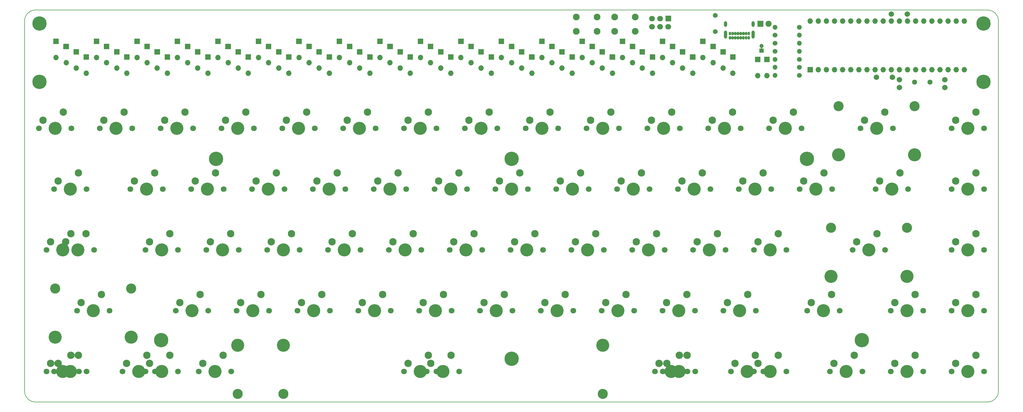
<source format=gbr>
G04 #@! TF.GenerationSoftware,KiCad,Pcbnew,5.1.7-a382d34a8~88~ubuntu20.04.1*
G04 #@! TF.CreationDate,2021-01-20T01:14:40+01:00*
G04 #@! TF.ProjectId,discipline-pcb-blocker,64697363-6970-46c6-996e-652d7063622d,rev?*
G04 #@! TF.SameCoordinates,Original*
G04 #@! TF.FileFunction,Soldermask,Bot*
G04 #@! TF.FilePolarity,Negative*
%FSLAX46Y46*%
G04 Gerber Fmt 4.6, Leading zero omitted, Abs format (unit mm)*
G04 Created by KiCad (PCBNEW 5.1.7-a382d34a8~88~ubuntu20.04.1) date 2021-01-20 01:14:40*
%MOMM*%
%LPD*%
G01*
G04 APERTURE LIST*
G04 #@! TA.AperFunction,Profile*
%ADD10C,0.150000*%
G04 #@! TD*
%ADD11C,2.302000*%
%ADD12C,4.102000*%
%ADD13C,1.802000*%
%ADD14C,3.150000*%
%ADD15C,4.089800*%
%ADD16C,4.502000*%
%ADD17O,1.702000X1.702000*%
%ADD18C,3.152000*%
%ADD19C,1.602000*%
%ADD20C,1.702000*%
%ADD21C,1.502000*%
%ADD22O,1.502000X1.502000*%
%ADD23C,1.302000*%
%ADD24C,1.902000*%
%ADD25O,0.752000X1.102000*%
%ADD26O,1.002000X2.502000*%
%ADD27O,1.002000X1.802000*%
%ADD28C,2.102000*%
%ADD29C,0.150000*%
G04 APERTURE END LIST*
D10*
X355353250Y-180502219D02*
X57076441Y-180502219D01*
X358660309Y-61001809D02*
X358660309Y-177195160D01*
X57073441Y-57694750D02*
X355353250Y-57694750D01*
X53766382Y-177198159D02*
X53766382Y-61001809D01*
X355353250Y-57694750D02*
G75*
G02*
X358660309Y-61001809I0J-3307059D01*
G01*
X358660309Y-177195160D02*
G75*
G02*
X355353250Y-180502219I-3307059J0D01*
G01*
X57076441Y-180502218D02*
G75*
G02*
X53766382Y-177198159I-3000J3307059D01*
G01*
X53766382Y-61001809D02*
G75*
G02*
X57073441Y-57694750I3307059J0D01*
G01*
X355353250Y-180502219D02*
X57076441Y-180502219D01*
X358660309Y-61001809D02*
X358660309Y-177195160D01*
X57073441Y-57694750D02*
X355353250Y-57694750D01*
X53766382Y-177198159D02*
X53766382Y-61001809D01*
X355353250Y-57694750D02*
G75*
G02*
X358660309Y-61001809I0J-3307059D01*
G01*
X358660309Y-177195160D02*
G75*
G02*
X355353250Y-180502219I-3307059J0D01*
G01*
X57076441Y-180502218D02*
G75*
G02*
X53766382Y-177198159I-3000J3307059D01*
G01*
X53766382Y-61001809D02*
G75*
G02*
X57073441Y-57694750I3307059J0D01*
G01*
D11*
X282575450Y-165893750D03*
X276225450Y-168433750D03*
D12*
X280035450Y-170973750D03*
D13*
X274955450Y-170973750D03*
X285115450Y-170973750D03*
D14*
X134811423Y-177966640D03*
X234811223Y-177966640D03*
D15*
X134811423Y-162726640D03*
X234811223Y-162726640D03*
X234817573Y-162726640D03*
X120517573Y-162726640D03*
D14*
X234817573Y-177966640D03*
X120517573Y-177966640D03*
D16*
X206213345Y-166958110D03*
X206213345Y-104302994D03*
X298671968Y-104302994D03*
X113754723Y-104302994D03*
X315860803Y-161146960D03*
X96565888Y-161146960D03*
X353970721Y-80221243D03*
X353970721Y-61899530D03*
X58455970Y-61899530D03*
X58455970Y-80221243D03*
D11*
X258763050Y-165883620D03*
X252413050Y-168423620D03*
D12*
X256223050Y-170963620D03*
D13*
X251143050Y-170963620D03*
X261303050Y-170963620D03*
G36*
G01*
X300553430Y-77240182D02*
X298953430Y-77240182D01*
G75*
G02*
X298902430Y-77189182I0J51000D01*
G01*
X298902430Y-75589182D01*
G75*
G02*
X298953430Y-75538182I51000J0D01*
G01*
X300553430Y-75538182D01*
G75*
G02*
X300604430Y-75589182I0J-51000D01*
G01*
X300604430Y-77189182D01*
G75*
G02*
X300553430Y-77240182I-51000J0D01*
G01*
G37*
D17*
X348013430Y-61149182D03*
X302293430Y-76389182D03*
X345473430Y-61149182D03*
X304833430Y-76389182D03*
X342933430Y-61149182D03*
X307373430Y-76389182D03*
X340393430Y-61149182D03*
X309913430Y-76389182D03*
X337853430Y-61149182D03*
X312453430Y-76389182D03*
X335313430Y-61149182D03*
X314993430Y-76389182D03*
X332773430Y-61149182D03*
X317533430Y-76389182D03*
X330233430Y-61149182D03*
X320073430Y-76389182D03*
X327693430Y-61149182D03*
X322613430Y-76389182D03*
X325153430Y-61149182D03*
X325153430Y-76389182D03*
X322613430Y-61149182D03*
X327693430Y-76389182D03*
X320073430Y-61149182D03*
X330233430Y-76389182D03*
X317533430Y-61149182D03*
X332773430Y-76389182D03*
X314993430Y-61149182D03*
X335313430Y-76389182D03*
X312453430Y-61149182D03*
X337853430Y-76389182D03*
X309913430Y-61149182D03*
X340393430Y-76389182D03*
X307373430Y-61149182D03*
X342933430Y-76389182D03*
X304833430Y-61149182D03*
X345473430Y-76389182D03*
X302293430Y-61149182D03*
X348013430Y-76389182D03*
X299753430Y-61149182D03*
D13*
X292280128Y-170973750D03*
X282120128Y-170973750D03*
D12*
X287200128Y-170973750D03*
D11*
X283390128Y-168433750D03*
X289740128Y-165893750D03*
D13*
X263723936Y-170973750D03*
X253563936Y-170973750D03*
D12*
X258643936Y-170973750D03*
D11*
X254833936Y-168433750D03*
X261183936Y-165893750D03*
X180207573Y-165901640D03*
X173857573Y-168441640D03*
D12*
X177667573Y-170981640D03*
D13*
X172587573Y-170981640D03*
X182747573Y-170981640D03*
X101783031Y-170969819D03*
X91623031Y-170969819D03*
D12*
X96703031Y-170969819D03*
D11*
X92893031Y-168429819D03*
X99243031Y-165889819D03*
D13*
X73183700Y-170963620D03*
X63023700Y-170963620D03*
D12*
X68103700Y-170963620D03*
D11*
X64293700Y-168423620D03*
X70643700Y-165883620D03*
X68262500Y-127783620D03*
X61912500Y-130323620D03*
D12*
X65722500Y-132863620D03*
D13*
X60642500Y-132863620D03*
X70802500Y-132863620D03*
G36*
G01*
X256194830Y-59500870D02*
X256194830Y-61200870D01*
G75*
G02*
X256143830Y-61251870I-51000J0D01*
G01*
X254443830Y-61251870D01*
G75*
G02*
X254392830Y-61200870I0J51000D01*
G01*
X254392830Y-59500870D01*
G75*
G02*
X254443830Y-59449870I51000J0D01*
G01*
X256143830Y-59449870D01*
G75*
G02*
X256194830Y-59500870I0J-51000D01*
G01*
G37*
X255293830Y-62890870D03*
X252753830Y-60350870D03*
X252753830Y-62890870D03*
X250213830Y-60350870D03*
X250213830Y-62890870D03*
D11*
X323056250Y-89693750D03*
X316706250Y-92233750D03*
D12*
X320516250Y-94773750D03*
D13*
X315436250Y-94773750D03*
X325596250Y-94773750D03*
D12*
X332416250Y-103013750D03*
X308616250Y-103013750D03*
D18*
X308616250Y-87773750D03*
X332416250Y-87773750D03*
X330035250Y-125873750D03*
X306235250Y-125873750D03*
D12*
X306235250Y-141113750D03*
X330035250Y-141113750D03*
D13*
X323215250Y-132873750D03*
X313055250Y-132873750D03*
D12*
X318135250Y-132873750D03*
D11*
X314325250Y-130333750D03*
X320675250Y-127793750D03*
D18*
X87147450Y-144923750D03*
X63347450Y-144923750D03*
D12*
X63347450Y-160163750D03*
X87147450Y-160163750D03*
D13*
X80327450Y-151923750D03*
X70167450Y-151923750D03*
D12*
X75247450Y-151923750D03*
D11*
X71437450Y-149383750D03*
X77787450Y-146843750D03*
X68262450Y-165883620D03*
X61912450Y-168423620D03*
D12*
X65722450Y-170963620D03*
D13*
X60642450Y-170963620D03*
X70802450Y-170963620D03*
D11*
X92075050Y-165893750D03*
X85725050Y-168433750D03*
D12*
X89535050Y-170973750D03*
D13*
X84455050Y-170973750D03*
X94615050Y-170973750D03*
D11*
X115887450Y-165883620D03*
X109537450Y-168423620D03*
D12*
X113347450Y-170963620D03*
D13*
X108267450Y-170963620D03*
X118427450Y-170963620D03*
D11*
X73025050Y-127783620D03*
X66675050Y-130323620D03*
D12*
X70485050Y-132863620D03*
D13*
X65405050Y-132863620D03*
X75565050Y-132863620D03*
D11*
X306387250Y-146843750D03*
X300037250Y-149383750D03*
D12*
X303847250Y-151923750D03*
D13*
X298767250Y-151923750D03*
X308927250Y-151923750D03*
X73183750Y-113823750D03*
X63023750Y-113823750D03*
D12*
X68103750Y-113823750D03*
D11*
X64293750Y-111283750D03*
X70643750Y-108743750D03*
D13*
X330358250Y-113823750D03*
X320198250Y-113823750D03*
D12*
X325278250Y-113823750D03*
D11*
X321468250Y-111283750D03*
X327818250Y-108743750D03*
X294481250Y-89693750D03*
X288131250Y-92233750D03*
D12*
X291941250Y-94773750D03*
D13*
X286861250Y-94773750D03*
X297021250Y-94773750D03*
D11*
X132556250Y-108743750D03*
X126206250Y-111283750D03*
D12*
X130016250Y-113823750D03*
D13*
X124936250Y-113823750D03*
X135096250Y-113823750D03*
D11*
X65881250Y-89693750D03*
X59531250Y-92233750D03*
D12*
X63341250Y-94773750D03*
D13*
X58261250Y-94773750D03*
X68421250Y-94773750D03*
D11*
X84931250Y-89693750D03*
X78581250Y-92233750D03*
D12*
X82391250Y-94773750D03*
D13*
X77311250Y-94773750D03*
X87471250Y-94773750D03*
D11*
X103981250Y-89693750D03*
X97631250Y-92233750D03*
D12*
X101441250Y-94773750D03*
D13*
X96361250Y-94773750D03*
X106521250Y-94773750D03*
D11*
X123031250Y-89693750D03*
X116681250Y-92233750D03*
D12*
X120491250Y-94773750D03*
D13*
X115411250Y-94773750D03*
X125571250Y-94773750D03*
D11*
X142081250Y-89693750D03*
X135731250Y-92233750D03*
D12*
X139541250Y-94773750D03*
D13*
X134461250Y-94773750D03*
X144621250Y-94773750D03*
D11*
X161131250Y-89693750D03*
X154781250Y-92233750D03*
D12*
X158591250Y-94773750D03*
D13*
X153511250Y-94773750D03*
X163671250Y-94773750D03*
D11*
X180181250Y-89693750D03*
X173831250Y-92233750D03*
D12*
X177641250Y-94773750D03*
D13*
X172561250Y-94773750D03*
X182721250Y-94773750D03*
D11*
X199231250Y-89693750D03*
X192881250Y-92233750D03*
D12*
X196691250Y-94773750D03*
D13*
X191611250Y-94773750D03*
X201771250Y-94773750D03*
D11*
X218281250Y-89693750D03*
X211931250Y-92233750D03*
D12*
X215741250Y-94773750D03*
D13*
X210661250Y-94773750D03*
X220821250Y-94773750D03*
D11*
X237331250Y-89693750D03*
X230981250Y-92233750D03*
D12*
X234791250Y-94773750D03*
D13*
X229711250Y-94773750D03*
X239871250Y-94773750D03*
D11*
X256381250Y-89693750D03*
X250031250Y-92233750D03*
D12*
X253841250Y-94773750D03*
D13*
X248761250Y-94773750D03*
X258921250Y-94773750D03*
D11*
X275431250Y-89693750D03*
X269081250Y-92233750D03*
D12*
X272891250Y-94773750D03*
D13*
X267811250Y-94773750D03*
X277971250Y-94773750D03*
D11*
X351631250Y-89693750D03*
X345281250Y-92233750D03*
D12*
X349091250Y-94773750D03*
D13*
X344011250Y-94773750D03*
X354171250Y-94773750D03*
D11*
X94456250Y-108743750D03*
X88106250Y-111283750D03*
D12*
X91916250Y-113823750D03*
D13*
X86836250Y-113823750D03*
X96996250Y-113823750D03*
D11*
X113506250Y-108743750D03*
X107156250Y-111283750D03*
D12*
X110966250Y-113823750D03*
D13*
X105886250Y-113823750D03*
X116046250Y-113823750D03*
D11*
X151606250Y-108743750D03*
X145256250Y-111283750D03*
D12*
X149066250Y-113823750D03*
D13*
X143986250Y-113823750D03*
X154146250Y-113823750D03*
D11*
X170656250Y-108743750D03*
X164306250Y-111283750D03*
D12*
X168116250Y-113823750D03*
D13*
X163036250Y-113823750D03*
X173196250Y-113823750D03*
D11*
X189706250Y-108743750D03*
X183356250Y-111283750D03*
D12*
X187166250Y-113823750D03*
D13*
X182086250Y-113823750D03*
X192246250Y-113823750D03*
D11*
X208756250Y-108743750D03*
X202406250Y-111283750D03*
D12*
X206216250Y-113823750D03*
D13*
X201136250Y-113823750D03*
X211296250Y-113823750D03*
D11*
X227806250Y-108743750D03*
X221456250Y-111283750D03*
D12*
X225266250Y-113823750D03*
D13*
X220186250Y-113823750D03*
X230346250Y-113823750D03*
D11*
X246856250Y-108743750D03*
X240506250Y-111283750D03*
D12*
X244316250Y-113823750D03*
D13*
X239236250Y-113823750D03*
X249396250Y-113823750D03*
D11*
X265906250Y-108743750D03*
X259556250Y-111283750D03*
D12*
X263366250Y-113823750D03*
D13*
X258286250Y-113823750D03*
X268446250Y-113823750D03*
D11*
X284956250Y-108743750D03*
X278606250Y-111283750D03*
D12*
X282416250Y-113823750D03*
D13*
X277336250Y-113823750D03*
X287496250Y-113823750D03*
D11*
X304006250Y-108743750D03*
X297656250Y-111283750D03*
D12*
X301466250Y-113823750D03*
D13*
X296386250Y-113823750D03*
X306546250Y-113823750D03*
D11*
X351631250Y-108743750D03*
X345281250Y-111283750D03*
D12*
X349091250Y-113823750D03*
D13*
X344011250Y-113823750D03*
X354171250Y-113823750D03*
D11*
X99218750Y-127793750D03*
X92868750Y-130333750D03*
D12*
X96678750Y-132873750D03*
D13*
X91598750Y-132873750D03*
X101758750Y-132873750D03*
D11*
X118268750Y-127793750D03*
X111918750Y-130333750D03*
D12*
X115728750Y-132873750D03*
D13*
X110648750Y-132873750D03*
X120808750Y-132873750D03*
D11*
X137318750Y-127793750D03*
X130968750Y-130333750D03*
D12*
X134778750Y-132873750D03*
D13*
X129698750Y-132873750D03*
X139858750Y-132873750D03*
D11*
X156368250Y-127793750D03*
X150018250Y-130333750D03*
D12*
X153828250Y-132873750D03*
D13*
X148748250Y-132873750D03*
X158908250Y-132873750D03*
D11*
X175418250Y-127793750D03*
X169068250Y-130333750D03*
D12*
X172878250Y-132873750D03*
D13*
X167798250Y-132873750D03*
X177958250Y-132873750D03*
D11*
X194468250Y-127793750D03*
X188118250Y-130333750D03*
D12*
X191928250Y-132873750D03*
D13*
X186848250Y-132873750D03*
X197008250Y-132873750D03*
D11*
X213518250Y-127793750D03*
X207168250Y-130333750D03*
D12*
X210978250Y-132873750D03*
D13*
X205898250Y-132873750D03*
X216058250Y-132873750D03*
D11*
X232568250Y-127793750D03*
X226218250Y-130333750D03*
D12*
X230028250Y-132873750D03*
D13*
X224948250Y-132873750D03*
X235108250Y-132873750D03*
D11*
X251618250Y-127793750D03*
X245268250Y-130333750D03*
D12*
X249078250Y-132873750D03*
D13*
X243998250Y-132873750D03*
X254158250Y-132873750D03*
D11*
X270668250Y-127793750D03*
X264318250Y-130333750D03*
D12*
X268128250Y-132873750D03*
D13*
X263048250Y-132873750D03*
X273208250Y-132873750D03*
D11*
X289718250Y-127793750D03*
X283368250Y-130333750D03*
D12*
X287178250Y-132873750D03*
D13*
X282098250Y-132873750D03*
X292258250Y-132873750D03*
D11*
X351631250Y-127793750D03*
X345281250Y-130333750D03*
D12*
X349091250Y-132873750D03*
D13*
X344011250Y-132873750D03*
X354171250Y-132873750D03*
D11*
X108743750Y-146843750D03*
X102393750Y-149383750D03*
D12*
X106203750Y-151923750D03*
D13*
X101123750Y-151923750D03*
X111283750Y-151923750D03*
D11*
X127793750Y-146843750D03*
X121443750Y-149383750D03*
D12*
X125253750Y-151923750D03*
D13*
X120173750Y-151923750D03*
X130333750Y-151923750D03*
D11*
X146843750Y-146843750D03*
X140493750Y-149383750D03*
D12*
X144303750Y-151923750D03*
D13*
X139223750Y-151923750D03*
X149383750Y-151923750D03*
D11*
X165894250Y-146843750D03*
X159544250Y-149383750D03*
D12*
X163354250Y-151923750D03*
D13*
X158274250Y-151923750D03*
X168434250Y-151923750D03*
D11*
X184944250Y-146843750D03*
X178594250Y-149383750D03*
D12*
X182404250Y-151923750D03*
D13*
X177324250Y-151923750D03*
X187484250Y-151923750D03*
D11*
X203994250Y-146843750D03*
X197644250Y-149383750D03*
D12*
X201454250Y-151923750D03*
D13*
X196374250Y-151923750D03*
X206534250Y-151923750D03*
D11*
X223044250Y-146843750D03*
X216694250Y-149383750D03*
D12*
X220504250Y-151923750D03*
D13*
X215424250Y-151923750D03*
X225584250Y-151923750D03*
D11*
X242094250Y-146843750D03*
X235744250Y-149383750D03*
D12*
X239554250Y-151923750D03*
D13*
X234474250Y-151923750D03*
X244634250Y-151923750D03*
D11*
X261144250Y-146843750D03*
X254794250Y-149383750D03*
D12*
X258604250Y-151923750D03*
D13*
X253524250Y-151923750D03*
X263684250Y-151923750D03*
D11*
X280194250Y-146843750D03*
X273844250Y-149383750D03*
D12*
X277654250Y-151923750D03*
D13*
X272574250Y-151923750D03*
X282734250Y-151923750D03*
D11*
X332581250Y-146843750D03*
X326231250Y-149383750D03*
D12*
X330041250Y-151923750D03*
D13*
X324961250Y-151923750D03*
X335121250Y-151923750D03*
D11*
X351631250Y-146843750D03*
X345281250Y-149383750D03*
D12*
X349091250Y-151923750D03*
D13*
X344011250Y-151923750D03*
X354171250Y-151923750D03*
D11*
X187325250Y-165893750D03*
X180975250Y-168433750D03*
D12*
X184785250Y-170973750D03*
D13*
X179705250Y-170973750D03*
X189865250Y-170973750D03*
D11*
X313531250Y-165893750D03*
X307181250Y-168433750D03*
D12*
X310991250Y-170973750D03*
D13*
X305911250Y-170973750D03*
X316071250Y-170973750D03*
D11*
X332581250Y-165893750D03*
X326231250Y-168433750D03*
D12*
X330041250Y-170973750D03*
D13*
X324961250Y-170973750D03*
X335121250Y-170973750D03*
D11*
X351631250Y-165893750D03*
X345281250Y-168433750D03*
D12*
X349091250Y-170973750D03*
D13*
X344011250Y-170973750D03*
X354171250Y-170973750D03*
D19*
X337251644Y-80256240D03*
X332371644Y-80256240D03*
D20*
X341906112Y-79506040D03*
X341906112Y-82006040D03*
X327680238Y-79506040D03*
X327680238Y-82006040D03*
X330125530Y-58926178D03*
X325125530Y-58926178D03*
X325471062Y-78716416D03*
X320471062Y-78716416D03*
D21*
X296376316Y-75645517D03*
D22*
X288756316Y-75645517D03*
D21*
X296376316Y-73152052D03*
D22*
X288756316Y-73152052D03*
D21*
X296376316Y-78138982D03*
D22*
X288756316Y-78138982D03*
D21*
X288756316Y-70580211D03*
D22*
X296376316Y-70580211D03*
D21*
X288756316Y-68060499D03*
D22*
X296376316Y-68060499D03*
D21*
X288756316Y-65567034D03*
D22*
X296376316Y-65567034D03*
D21*
X296376316Y-63073204D03*
D22*
X288756316Y-63073204D03*
G36*
G01*
X285077677Y-71055866D02*
X283877675Y-71055866D01*
G75*
G02*
X283826676Y-71004867I0J50999D01*
G01*
X283826676Y-69804865D01*
G75*
G02*
X283877675Y-69753866I50999J0D01*
G01*
X285077677Y-69753866D01*
G75*
G02*
X285128676Y-69804865I0J-50999D01*
G01*
X285128676Y-71004867D01*
G75*
G02*
X285077677Y-71055866I-50999J0D01*
G01*
G37*
D23*
X284477676Y-68904866D03*
D24*
X286667716Y-61970830D03*
G36*
G01*
X283176716Y-62870830D02*
X283176716Y-61070830D01*
G75*
G02*
X283227716Y-61019830I51000J0D01*
G01*
X285027716Y-61019830D01*
G75*
G02*
X285078716Y-61070830I0J-51000D01*
G01*
X285078716Y-62870830D01*
G75*
G02*
X285027716Y-62921830I-51000J0D01*
G01*
X283227716Y-62921830D01*
G75*
G02*
X283176716Y-62870830I0J51000D01*
G01*
G37*
D25*
X278823468Y-66391022D03*
X280523468Y-66391022D03*
X279673468Y-66391022D03*
X277973468Y-66391022D03*
X277123468Y-66391022D03*
X276273468Y-66391022D03*
X275423468Y-66391022D03*
X274573468Y-66391022D03*
X280523468Y-65066022D03*
X279668468Y-65066022D03*
X278818468Y-65066022D03*
X277968468Y-65066022D03*
X277118468Y-65066022D03*
X276268468Y-65066022D03*
X275418468Y-65066022D03*
X274568468Y-65066022D03*
D26*
X281873468Y-65411022D03*
X273223468Y-65411022D03*
D27*
X281873468Y-62031022D03*
X273223468Y-62031022D03*
D21*
X270047614Y-59350838D03*
X270047614Y-64450838D03*
D28*
X244985732Y-59836074D03*
X244985732Y-64336074D03*
X238485732Y-59836074D03*
X238485732Y-64336074D03*
X232985732Y-59836074D03*
X232985732Y-64336074D03*
X226485732Y-59836074D03*
X226485732Y-64336074D03*
D17*
X63600284Y-72555612D03*
G36*
G01*
X62800284Y-66624612D02*
X64400284Y-66624612D01*
G75*
G02*
X64451284Y-66675612I0J-51000D01*
G01*
X64451284Y-68275612D01*
G75*
G02*
X64400284Y-68326612I-51000J0D01*
G01*
X62800284Y-68326612D01*
G75*
G02*
X62749284Y-68275612I0J51000D01*
G01*
X62749284Y-66675612D01*
G75*
G02*
X62800284Y-66624612I51000J0D01*
G01*
G37*
X73108673Y-77516199D03*
G36*
G01*
X72308673Y-71585199D02*
X73908673Y-71585199D01*
G75*
G02*
X73959673Y-71636199I0J-51000D01*
G01*
X73959673Y-73236199D01*
G75*
G02*
X73908673Y-73287199I-51000J0D01*
G01*
X72308673Y-73287199D01*
G75*
G02*
X72257673Y-73236199I0J51000D01*
G01*
X72257673Y-71636199D01*
G75*
G02*
X72308673Y-71585199I51000J0D01*
G01*
G37*
X85786525Y-77516199D03*
G36*
G01*
X84986525Y-71585199D02*
X86586525Y-71585199D01*
G75*
G02*
X86637525Y-71636199I0J-51000D01*
G01*
X86637525Y-73236199D01*
G75*
G02*
X86586525Y-73287199I-51000J0D01*
G01*
X84986525Y-73287199D01*
G75*
G02*
X84935525Y-73236199I0J51000D01*
G01*
X84935525Y-71636199D01*
G75*
G02*
X84986525Y-71585199I51000J0D01*
G01*
G37*
X88955988Y-72555612D03*
G36*
G01*
X88155988Y-66624612D02*
X89755988Y-66624612D01*
G75*
G02*
X89806988Y-66675612I0J-51000D01*
G01*
X89806988Y-68275612D01*
G75*
G02*
X89755988Y-68326612I-51000J0D01*
G01*
X88155988Y-68326612D01*
G75*
G02*
X88104988Y-68275612I0J51000D01*
G01*
X88104988Y-66675612D01*
G75*
G02*
X88155988Y-66624612I51000J0D01*
G01*
G37*
X101633840Y-72555612D03*
G36*
G01*
X100833840Y-66624612D02*
X102433840Y-66624612D01*
G75*
G02*
X102484840Y-66675612I0J-51000D01*
G01*
X102484840Y-68275612D01*
G75*
G02*
X102433840Y-68326612I-51000J0D01*
G01*
X100833840Y-68326612D01*
G75*
G02*
X100782840Y-68275612I0J51000D01*
G01*
X100782840Y-66675612D01*
G75*
G02*
X100833840Y-66624612I51000J0D01*
G01*
G37*
X114311692Y-72555612D03*
G36*
G01*
X113511692Y-66624612D02*
X115111692Y-66624612D01*
G75*
G02*
X115162692Y-66675612I0J-51000D01*
G01*
X115162692Y-68275612D01*
G75*
G02*
X115111692Y-68326612I-51000J0D01*
G01*
X113511692Y-68326612D01*
G75*
G02*
X113460692Y-68275612I0J51000D01*
G01*
X113460692Y-66675612D01*
G75*
G02*
X113511692Y-66624612I51000J0D01*
G01*
G37*
X126989544Y-72555612D03*
G36*
G01*
X126189544Y-66624612D02*
X127789544Y-66624612D01*
G75*
G02*
X127840544Y-66675612I0J-51000D01*
G01*
X127840544Y-68275612D01*
G75*
G02*
X127789544Y-68326612I-51000J0D01*
G01*
X126189544Y-68326612D01*
G75*
G02*
X126138544Y-68275612I0J51000D01*
G01*
X126138544Y-66675612D01*
G75*
G02*
X126189544Y-66624612I51000J0D01*
G01*
G37*
X139667396Y-72555612D03*
G36*
G01*
X138867396Y-66624612D02*
X140467396Y-66624612D01*
G75*
G02*
X140518396Y-66675612I0J-51000D01*
G01*
X140518396Y-68275612D01*
G75*
G02*
X140467396Y-68326612I-51000J0D01*
G01*
X138867396Y-68326612D01*
G75*
G02*
X138816396Y-68275612I0J51000D01*
G01*
X138816396Y-66675612D01*
G75*
G02*
X138867396Y-66624612I51000J0D01*
G01*
G37*
X152345248Y-72555612D03*
G36*
G01*
X151545248Y-66624612D02*
X153145248Y-66624612D01*
G75*
G02*
X153196248Y-66675612I0J-51000D01*
G01*
X153196248Y-68275612D01*
G75*
G02*
X153145248Y-68326612I-51000J0D01*
G01*
X151545248Y-68326612D01*
G75*
G02*
X151494248Y-68275612I0J51000D01*
G01*
X151494248Y-66675612D01*
G75*
G02*
X151545248Y-66624612I51000J0D01*
G01*
G37*
X165023100Y-72555612D03*
G36*
G01*
X164223100Y-66624612D02*
X165823100Y-66624612D01*
G75*
G02*
X165874100Y-66675612I0J-51000D01*
G01*
X165874100Y-68275612D01*
G75*
G02*
X165823100Y-68326612I-51000J0D01*
G01*
X164223100Y-68326612D01*
G75*
G02*
X164172100Y-68275612I0J51000D01*
G01*
X164172100Y-66675612D01*
G75*
G02*
X164223100Y-66624612I51000J0D01*
G01*
G37*
X177700952Y-72555612D03*
G36*
G01*
X176900952Y-66624612D02*
X178500952Y-66624612D01*
G75*
G02*
X178551952Y-66675612I0J-51000D01*
G01*
X178551952Y-68275612D01*
G75*
G02*
X178500952Y-68326612I-51000J0D01*
G01*
X176900952Y-68326612D01*
G75*
G02*
X176849952Y-68275612I0J51000D01*
G01*
X176849952Y-66675612D01*
G75*
G02*
X176900952Y-66624612I51000J0D01*
G01*
G37*
X190378804Y-72555612D03*
G36*
G01*
X189578804Y-66624612D02*
X191178804Y-66624612D01*
G75*
G02*
X191229804Y-66675612I0J-51000D01*
G01*
X191229804Y-68275612D01*
G75*
G02*
X191178804Y-68326612I-51000J0D01*
G01*
X189578804Y-68326612D01*
G75*
G02*
X189527804Y-68275612I0J51000D01*
G01*
X189527804Y-66675612D01*
G75*
G02*
X189578804Y-66624612I51000J0D01*
G01*
G37*
X203056656Y-72555612D03*
G36*
G01*
X202256656Y-66624612D02*
X203856656Y-66624612D01*
G75*
G02*
X203907656Y-66675612I0J-51000D01*
G01*
X203907656Y-68275612D01*
G75*
G02*
X203856656Y-68326612I-51000J0D01*
G01*
X202256656Y-68326612D01*
G75*
G02*
X202205656Y-68275612I0J51000D01*
G01*
X202205656Y-66675612D01*
G75*
G02*
X202256656Y-66624612I51000J0D01*
G01*
G37*
X215734508Y-72555612D03*
G36*
G01*
X214934508Y-66624612D02*
X216534508Y-66624612D01*
G75*
G02*
X216585508Y-66675612I0J-51000D01*
G01*
X216585508Y-68275612D01*
G75*
G02*
X216534508Y-68326612I-51000J0D01*
G01*
X214934508Y-68326612D01*
G75*
G02*
X214883508Y-68275612I0J51000D01*
G01*
X214883508Y-66675612D01*
G75*
G02*
X214934508Y-66624612I51000J0D01*
G01*
G37*
X228342376Y-72555612D03*
G36*
G01*
X227542376Y-66624612D02*
X229142376Y-66624612D01*
G75*
G02*
X229193376Y-66675612I0J-51000D01*
G01*
X229193376Y-68275612D01*
G75*
G02*
X229142376Y-68326612I-51000J0D01*
G01*
X227542376Y-68326612D01*
G75*
G02*
X227491376Y-68275612I0J51000D01*
G01*
X227491376Y-66675612D01*
G75*
G02*
X227542376Y-66624612I51000J0D01*
G01*
G37*
X275541929Y-77516199D03*
G36*
G01*
X274741929Y-71585199D02*
X276341929Y-71585199D01*
G75*
G02*
X276392929Y-71636199I0J-51000D01*
G01*
X276392929Y-73236199D01*
G75*
G02*
X276341929Y-73287199I-51000J0D01*
G01*
X274741929Y-73287199D01*
G75*
G02*
X274690929Y-73236199I0J51000D01*
G01*
X274690929Y-71636199D01*
G75*
G02*
X274741929Y-71585199I51000J0D01*
G01*
G37*
X66769747Y-74209141D03*
G36*
G01*
X65969747Y-68278141D02*
X67569747Y-68278141D01*
G75*
G02*
X67620747Y-68329141I0J-51000D01*
G01*
X67620747Y-69929141D01*
G75*
G02*
X67569747Y-69980141I-51000J0D01*
G01*
X65969747Y-69980141D01*
G75*
G02*
X65918747Y-69929141I0J51000D01*
G01*
X65918747Y-68329141D01*
G75*
G02*
X65969747Y-68278141I51000J0D01*
G01*
G37*
X82617062Y-75862670D03*
G36*
G01*
X81817062Y-69931670D02*
X83417062Y-69931670D01*
G75*
G02*
X83468062Y-69982670I0J-51000D01*
G01*
X83468062Y-71582670D01*
G75*
G02*
X83417062Y-71633670I-51000J0D01*
G01*
X81817062Y-71633670D01*
G75*
G02*
X81766062Y-71582670I0J51000D01*
G01*
X81766062Y-69982670D01*
G75*
G02*
X81817062Y-69931670I51000J0D01*
G01*
G37*
X92125451Y-74209141D03*
G36*
G01*
X91325451Y-68278141D02*
X92925451Y-68278141D01*
G75*
G02*
X92976451Y-68329141I0J-51000D01*
G01*
X92976451Y-69929141D01*
G75*
G02*
X92925451Y-69980141I-51000J0D01*
G01*
X91325451Y-69980141D01*
G75*
G02*
X91274451Y-69929141I0J51000D01*
G01*
X91274451Y-68329141D01*
G75*
G02*
X91325451Y-68278141I51000J0D01*
G01*
G37*
X104803303Y-74209141D03*
G36*
G01*
X104003303Y-68278141D02*
X105603303Y-68278141D01*
G75*
G02*
X105654303Y-68329141I0J-51000D01*
G01*
X105654303Y-69929141D01*
G75*
G02*
X105603303Y-69980141I-51000J0D01*
G01*
X104003303Y-69980141D01*
G75*
G02*
X103952303Y-69929141I0J51000D01*
G01*
X103952303Y-68329141D01*
G75*
G02*
X104003303Y-68278141I51000J0D01*
G01*
G37*
X117481155Y-74209141D03*
G36*
G01*
X116681155Y-68278141D02*
X118281155Y-68278141D01*
G75*
G02*
X118332155Y-68329141I0J-51000D01*
G01*
X118332155Y-69929141D01*
G75*
G02*
X118281155Y-69980141I-51000J0D01*
G01*
X116681155Y-69980141D01*
G75*
G02*
X116630155Y-69929141I0J51000D01*
G01*
X116630155Y-68329141D01*
G75*
G02*
X116681155Y-68278141I51000J0D01*
G01*
G37*
X130159007Y-74209141D03*
G36*
G01*
X129359007Y-68278141D02*
X130959007Y-68278141D01*
G75*
G02*
X131010007Y-68329141I0J-51000D01*
G01*
X131010007Y-69929141D01*
G75*
G02*
X130959007Y-69980141I-51000J0D01*
G01*
X129359007Y-69980141D01*
G75*
G02*
X129308007Y-69929141I0J51000D01*
G01*
X129308007Y-68329141D01*
G75*
G02*
X129359007Y-68278141I51000J0D01*
G01*
G37*
X142836859Y-74209141D03*
G36*
G01*
X142036859Y-68278141D02*
X143636859Y-68278141D01*
G75*
G02*
X143687859Y-68329141I0J-51000D01*
G01*
X143687859Y-69929141D01*
G75*
G02*
X143636859Y-69980141I-51000J0D01*
G01*
X142036859Y-69980141D01*
G75*
G02*
X141985859Y-69929141I0J51000D01*
G01*
X141985859Y-68329141D01*
G75*
G02*
X142036859Y-68278141I51000J0D01*
G01*
G37*
X155514711Y-74209141D03*
G36*
G01*
X154714711Y-68278141D02*
X156314711Y-68278141D01*
G75*
G02*
X156365711Y-68329141I0J-51000D01*
G01*
X156365711Y-69929141D01*
G75*
G02*
X156314711Y-69980141I-51000J0D01*
G01*
X154714711Y-69980141D01*
G75*
G02*
X154663711Y-69929141I0J51000D01*
G01*
X154663711Y-68329141D01*
G75*
G02*
X154714711Y-68278141I51000J0D01*
G01*
G37*
X168192563Y-74209141D03*
G36*
G01*
X167392563Y-68278141D02*
X168992563Y-68278141D01*
G75*
G02*
X169043563Y-68329141I0J-51000D01*
G01*
X169043563Y-69929141D01*
G75*
G02*
X168992563Y-69980141I-51000J0D01*
G01*
X167392563Y-69980141D01*
G75*
G02*
X167341563Y-69929141I0J51000D01*
G01*
X167341563Y-68329141D01*
G75*
G02*
X167392563Y-68278141I51000J0D01*
G01*
G37*
X180870415Y-74209141D03*
G36*
G01*
X180070415Y-68278141D02*
X181670415Y-68278141D01*
G75*
G02*
X181721415Y-68329141I0J-51000D01*
G01*
X181721415Y-69929141D01*
G75*
G02*
X181670415Y-69980141I-51000J0D01*
G01*
X180070415Y-69980141D01*
G75*
G02*
X180019415Y-69929141I0J51000D01*
G01*
X180019415Y-68329141D01*
G75*
G02*
X180070415Y-68278141I51000J0D01*
G01*
G37*
X193548267Y-74209141D03*
G36*
G01*
X192748267Y-68278141D02*
X194348267Y-68278141D01*
G75*
G02*
X194399267Y-68329141I0J-51000D01*
G01*
X194399267Y-69929141D01*
G75*
G02*
X194348267Y-69980141I-51000J0D01*
G01*
X192748267Y-69980141D01*
G75*
G02*
X192697267Y-69929141I0J51000D01*
G01*
X192697267Y-68329141D01*
G75*
G02*
X192748267Y-68278141I51000J0D01*
G01*
G37*
X206226119Y-74209141D03*
G36*
G01*
X205426119Y-68278141D02*
X207026119Y-68278141D01*
G75*
G02*
X207077119Y-68329141I0J-51000D01*
G01*
X207077119Y-69929141D01*
G75*
G02*
X207026119Y-69980141I-51000J0D01*
G01*
X205426119Y-69980141D01*
G75*
G02*
X205375119Y-69929141I0J51000D01*
G01*
X205375119Y-68329141D01*
G75*
G02*
X205426119Y-68278141I51000J0D01*
G01*
G37*
X218886475Y-74209141D03*
G36*
G01*
X218086475Y-68278141D02*
X219686475Y-68278141D01*
G75*
G02*
X219737475Y-68329141I0J-51000D01*
G01*
X219737475Y-69929141D01*
G75*
G02*
X219686475Y-69980141I-51000J0D01*
G01*
X218086475Y-69980141D01*
G75*
G02*
X218035475Y-69929141I0J51000D01*
G01*
X218035475Y-68329141D01*
G75*
G02*
X218086475Y-68278141I51000J0D01*
G01*
G37*
X231493149Y-74209141D03*
G36*
G01*
X230693149Y-68278141D02*
X232293149Y-68278141D01*
G75*
G02*
X232344149Y-68329141I0J-51000D01*
G01*
X232344149Y-69929141D01*
G75*
G02*
X232293149Y-69980141I-51000J0D01*
G01*
X230693149Y-69980141D01*
G75*
G02*
X230642149Y-69929141I0J51000D01*
G01*
X230642149Y-68329141D01*
G75*
G02*
X230693149Y-68278141I51000J0D01*
G01*
G37*
X272453205Y-75862670D03*
G36*
G01*
X271653205Y-69931670D02*
X273253205Y-69931670D01*
G75*
G02*
X273304205Y-69982670I0J-51000D01*
G01*
X273304205Y-71582670D01*
G75*
G02*
X273253205Y-71633670I-51000J0D01*
G01*
X271653205Y-71633670D01*
G75*
G02*
X271602205Y-71582670I0J51000D01*
G01*
X271602205Y-69982670D01*
G75*
G02*
X271653205Y-69931670I51000J0D01*
G01*
G37*
X69939210Y-75862670D03*
G36*
G01*
X69139210Y-69931670D02*
X70739210Y-69931670D01*
G75*
G02*
X70790210Y-69982670I0J-51000D01*
G01*
X70790210Y-71582670D01*
G75*
G02*
X70739210Y-71633670I-51000J0D01*
G01*
X69139210Y-71633670D01*
G75*
G02*
X69088210Y-71582670I0J51000D01*
G01*
X69088210Y-69982670D01*
G75*
G02*
X69139210Y-69931670I51000J0D01*
G01*
G37*
X79447599Y-74209141D03*
G36*
G01*
X78647599Y-68278141D02*
X80247599Y-68278141D01*
G75*
G02*
X80298599Y-68329141I0J-51000D01*
G01*
X80298599Y-69929141D01*
G75*
G02*
X80247599Y-69980141I-51000J0D01*
G01*
X78647599Y-69980141D01*
G75*
G02*
X78596599Y-69929141I0J51000D01*
G01*
X78596599Y-68329141D01*
G75*
G02*
X78647599Y-68278141I51000J0D01*
G01*
G37*
X95294914Y-75862670D03*
G36*
G01*
X94494914Y-69931670D02*
X96094914Y-69931670D01*
G75*
G02*
X96145914Y-69982670I0J-51000D01*
G01*
X96145914Y-71582670D01*
G75*
G02*
X96094914Y-71633670I-51000J0D01*
G01*
X94494914Y-71633670D01*
G75*
G02*
X94443914Y-71582670I0J51000D01*
G01*
X94443914Y-69982670D01*
G75*
G02*
X94494914Y-69931670I51000J0D01*
G01*
G37*
X107972766Y-75862670D03*
G36*
G01*
X107172766Y-69931670D02*
X108772766Y-69931670D01*
G75*
G02*
X108823766Y-69982670I0J-51000D01*
G01*
X108823766Y-71582670D01*
G75*
G02*
X108772766Y-71633670I-51000J0D01*
G01*
X107172766Y-71633670D01*
G75*
G02*
X107121766Y-71582670I0J51000D01*
G01*
X107121766Y-69982670D01*
G75*
G02*
X107172766Y-69931670I51000J0D01*
G01*
G37*
X120650618Y-75862670D03*
G36*
G01*
X119850618Y-69931670D02*
X121450618Y-69931670D01*
G75*
G02*
X121501618Y-69982670I0J-51000D01*
G01*
X121501618Y-71582670D01*
G75*
G02*
X121450618Y-71633670I-51000J0D01*
G01*
X119850618Y-71633670D01*
G75*
G02*
X119799618Y-71582670I0J51000D01*
G01*
X119799618Y-69982670D01*
G75*
G02*
X119850618Y-69931670I51000J0D01*
G01*
G37*
X133328470Y-75862670D03*
G36*
G01*
X132528470Y-69931670D02*
X134128470Y-69931670D01*
G75*
G02*
X134179470Y-69982670I0J-51000D01*
G01*
X134179470Y-71582670D01*
G75*
G02*
X134128470Y-71633670I-51000J0D01*
G01*
X132528470Y-71633670D01*
G75*
G02*
X132477470Y-71582670I0J51000D01*
G01*
X132477470Y-69982670D01*
G75*
G02*
X132528470Y-69931670I51000J0D01*
G01*
G37*
X146006322Y-75862670D03*
G36*
G01*
X145206322Y-69931670D02*
X146806322Y-69931670D01*
G75*
G02*
X146857322Y-69982670I0J-51000D01*
G01*
X146857322Y-71582670D01*
G75*
G02*
X146806322Y-71633670I-51000J0D01*
G01*
X145206322Y-71633670D01*
G75*
G02*
X145155322Y-71582670I0J51000D01*
G01*
X145155322Y-69982670D01*
G75*
G02*
X145206322Y-69931670I51000J0D01*
G01*
G37*
X158684174Y-75862670D03*
G36*
G01*
X157884174Y-69931670D02*
X159484174Y-69931670D01*
G75*
G02*
X159535174Y-69982670I0J-51000D01*
G01*
X159535174Y-71582670D01*
G75*
G02*
X159484174Y-71633670I-51000J0D01*
G01*
X157884174Y-71633670D01*
G75*
G02*
X157833174Y-71582670I0J51000D01*
G01*
X157833174Y-69982670D01*
G75*
G02*
X157884174Y-69931670I51000J0D01*
G01*
G37*
X171362026Y-75862670D03*
G36*
G01*
X170562026Y-69931670D02*
X172162026Y-69931670D01*
G75*
G02*
X172213026Y-69982670I0J-51000D01*
G01*
X172213026Y-71582670D01*
G75*
G02*
X172162026Y-71633670I-51000J0D01*
G01*
X170562026Y-71633670D01*
G75*
G02*
X170511026Y-71582670I0J51000D01*
G01*
X170511026Y-69982670D01*
G75*
G02*
X170562026Y-69931670I51000J0D01*
G01*
G37*
X184039878Y-75862670D03*
G36*
G01*
X183239878Y-69931670D02*
X184839878Y-69931670D01*
G75*
G02*
X184890878Y-69982670I0J-51000D01*
G01*
X184890878Y-71582670D01*
G75*
G02*
X184839878Y-71633670I-51000J0D01*
G01*
X183239878Y-71633670D01*
G75*
G02*
X183188878Y-71582670I0J51000D01*
G01*
X183188878Y-69982670D01*
G75*
G02*
X183239878Y-69931670I51000J0D01*
G01*
G37*
X196717730Y-75862670D03*
G36*
G01*
X195917730Y-69931670D02*
X197517730Y-69931670D01*
G75*
G02*
X197568730Y-69982670I0J-51000D01*
G01*
X197568730Y-71582670D01*
G75*
G02*
X197517730Y-71633670I-51000J0D01*
G01*
X195917730Y-71633670D01*
G75*
G02*
X195866730Y-71582670I0J51000D01*
G01*
X195866730Y-69982670D01*
G75*
G02*
X195917730Y-69931670I51000J0D01*
G01*
G37*
X209395582Y-75862670D03*
G36*
G01*
X208595582Y-69931670D02*
X210195582Y-69931670D01*
G75*
G02*
X210246582Y-69982670I0J-51000D01*
G01*
X210246582Y-71582670D01*
G75*
G02*
X210195582Y-71633670I-51000J0D01*
G01*
X208595582Y-71633670D01*
G75*
G02*
X208544582Y-71582670I0J51000D01*
G01*
X208544582Y-69982670D01*
G75*
G02*
X208595582Y-69931670I51000J0D01*
G01*
G37*
X234643922Y-75862670D03*
G36*
G01*
X233843922Y-69931670D02*
X235443922Y-69931670D01*
G75*
G02*
X235494922Y-69982670I0J-51000D01*
G01*
X235494922Y-71582670D01*
G75*
G02*
X235443922Y-71633670I-51000J0D01*
G01*
X233843922Y-71633670D01*
G75*
G02*
X233792922Y-71582670I0J51000D01*
G01*
X233792922Y-69982670D01*
G75*
G02*
X233843922Y-69931670I51000J0D01*
G01*
G37*
X269364481Y-74209141D03*
G36*
G01*
X268564481Y-68278141D02*
X270164481Y-68278141D01*
G75*
G02*
X270215481Y-68329141I0J-51000D01*
G01*
X270215481Y-69929141D01*
G75*
G02*
X270164481Y-69980141I-51000J0D01*
G01*
X268564481Y-69980141D01*
G75*
G02*
X268513481Y-69929141I0J51000D01*
G01*
X268513481Y-68329141D01*
G75*
G02*
X268564481Y-68278141I51000J0D01*
G01*
G37*
X98464377Y-77516199D03*
G36*
G01*
X97664377Y-71585199D02*
X99264377Y-71585199D01*
G75*
G02*
X99315377Y-71636199I0J-51000D01*
G01*
X99315377Y-73236199D01*
G75*
G02*
X99264377Y-73287199I-51000J0D01*
G01*
X97664377Y-73287199D01*
G75*
G02*
X97613377Y-73236199I0J51000D01*
G01*
X97613377Y-71636199D01*
G75*
G02*
X97664377Y-71585199I51000J0D01*
G01*
G37*
X111142229Y-77516199D03*
G36*
G01*
X110342229Y-71585199D02*
X111942229Y-71585199D01*
G75*
G02*
X111993229Y-71636199I0J-51000D01*
G01*
X111993229Y-73236199D01*
G75*
G02*
X111942229Y-73287199I-51000J0D01*
G01*
X110342229Y-73287199D01*
G75*
G02*
X110291229Y-73236199I0J51000D01*
G01*
X110291229Y-71636199D01*
G75*
G02*
X110342229Y-71585199I51000J0D01*
G01*
G37*
X123820081Y-77516199D03*
G36*
G01*
X123020081Y-71585199D02*
X124620081Y-71585199D01*
G75*
G02*
X124671081Y-71636199I0J-51000D01*
G01*
X124671081Y-73236199D01*
G75*
G02*
X124620081Y-73287199I-51000J0D01*
G01*
X123020081Y-73287199D01*
G75*
G02*
X122969081Y-73236199I0J51000D01*
G01*
X122969081Y-71636199D01*
G75*
G02*
X123020081Y-71585199I51000J0D01*
G01*
G37*
X136497933Y-77516199D03*
G36*
G01*
X135697933Y-71585199D02*
X137297933Y-71585199D01*
G75*
G02*
X137348933Y-71636199I0J-51000D01*
G01*
X137348933Y-73236199D01*
G75*
G02*
X137297933Y-73287199I-51000J0D01*
G01*
X135697933Y-73287199D01*
G75*
G02*
X135646933Y-73236199I0J51000D01*
G01*
X135646933Y-71636199D01*
G75*
G02*
X135697933Y-71585199I51000J0D01*
G01*
G37*
X149175785Y-77516199D03*
G36*
G01*
X148375785Y-71585199D02*
X149975785Y-71585199D01*
G75*
G02*
X150026785Y-71636199I0J-51000D01*
G01*
X150026785Y-73236199D01*
G75*
G02*
X149975785Y-73287199I-51000J0D01*
G01*
X148375785Y-73287199D01*
G75*
G02*
X148324785Y-73236199I0J51000D01*
G01*
X148324785Y-71636199D01*
G75*
G02*
X148375785Y-71585199I51000J0D01*
G01*
G37*
X161853637Y-77516199D03*
G36*
G01*
X161053637Y-71585199D02*
X162653637Y-71585199D01*
G75*
G02*
X162704637Y-71636199I0J-51000D01*
G01*
X162704637Y-73236199D01*
G75*
G02*
X162653637Y-73287199I-51000J0D01*
G01*
X161053637Y-73287199D01*
G75*
G02*
X161002637Y-73236199I0J51000D01*
G01*
X161002637Y-71636199D01*
G75*
G02*
X161053637Y-71585199I51000J0D01*
G01*
G37*
X174531489Y-77516199D03*
G36*
G01*
X173731489Y-71585199D02*
X175331489Y-71585199D01*
G75*
G02*
X175382489Y-71636199I0J-51000D01*
G01*
X175382489Y-73236199D01*
G75*
G02*
X175331489Y-73287199I-51000J0D01*
G01*
X173731489Y-73287199D01*
G75*
G02*
X173680489Y-73236199I0J51000D01*
G01*
X173680489Y-71636199D01*
G75*
G02*
X173731489Y-71585199I51000J0D01*
G01*
G37*
X187209341Y-77516199D03*
G36*
G01*
X186409341Y-71585199D02*
X188009341Y-71585199D01*
G75*
G02*
X188060341Y-71636199I0J-51000D01*
G01*
X188060341Y-73236199D01*
G75*
G02*
X188009341Y-73287199I-51000J0D01*
G01*
X186409341Y-73287199D01*
G75*
G02*
X186358341Y-73236199I0J51000D01*
G01*
X186358341Y-71636199D01*
G75*
G02*
X186409341Y-71585199I51000J0D01*
G01*
G37*
X199887193Y-77516199D03*
G36*
G01*
X199087193Y-71585199D02*
X200687193Y-71585199D01*
G75*
G02*
X200738193Y-71636199I0J-51000D01*
G01*
X200738193Y-73236199D01*
G75*
G02*
X200687193Y-73287199I-51000J0D01*
G01*
X199087193Y-73287199D01*
G75*
G02*
X199036193Y-73236199I0J51000D01*
G01*
X199036193Y-71636199D01*
G75*
G02*
X199087193Y-71585199I51000J0D01*
G01*
G37*
X212565045Y-77516199D03*
G36*
G01*
X211765045Y-71585199D02*
X213365045Y-71585199D01*
G75*
G02*
X213416045Y-71636199I0J-51000D01*
G01*
X213416045Y-73236199D01*
G75*
G02*
X213365045Y-73287199I-51000J0D01*
G01*
X211765045Y-73287199D01*
G75*
G02*
X211714045Y-73236199I0J51000D01*
G01*
X211714045Y-71636199D01*
G75*
G02*
X211765045Y-71585199I51000J0D01*
G01*
G37*
X222038442Y-75862670D03*
G36*
G01*
X221238442Y-69931670D02*
X222838442Y-69931670D01*
G75*
G02*
X222889442Y-69982670I0J-51000D01*
G01*
X222889442Y-71582670D01*
G75*
G02*
X222838442Y-71633670I-51000J0D01*
G01*
X221238442Y-71633670D01*
G75*
G02*
X221187442Y-71582670I0J51000D01*
G01*
X221187442Y-69982670D01*
G75*
G02*
X221238442Y-69931670I51000J0D01*
G01*
G37*
X237794695Y-77516199D03*
G36*
G01*
X236994695Y-71585199D02*
X238594695Y-71585199D01*
G75*
G02*
X238645695Y-71636199I0J-51000D01*
G01*
X238645695Y-73236199D01*
G75*
G02*
X238594695Y-73287199I-51000J0D01*
G01*
X236994695Y-73287199D01*
G75*
G02*
X236943695Y-73236199I0J51000D01*
G01*
X236943695Y-71636199D01*
G75*
G02*
X236994695Y-71585199I51000J0D01*
G01*
G37*
X266089606Y-72555612D03*
G36*
G01*
X265289606Y-66624612D02*
X266889606Y-66624612D01*
G75*
G02*
X266940606Y-66675612I0J-51000D01*
G01*
X266940606Y-68275612D01*
G75*
G02*
X266889606Y-68326612I-51000J0D01*
G01*
X265289606Y-68326612D01*
G75*
G02*
X265238606Y-68275612I0J51000D01*
G01*
X265238606Y-66675612D01*
G75*
G02*
X265289606Y-66624612I51000J0D01*
G01*
G37*
X259788058Y-75862670D03*
G36*
G01*
X258988058Y-69931670D02*
X260588058Y-69931670D01*
G75*
G02*
X260639058Y-69982670I0J-51000D01*
G01*
X260639058Y-71582670D01*
G75*
G02*
X260588058Y-71633670I-51000J0D01*
G01*
X258988058Y-71633670D01*
G75*
G02*
X258937058Y-71582670I0J51000D01*
G01*
X258937058Y-69982670D01*
G75*
G02*
X258988058Y-69931670I51000J0D01*
G01*
G37*
X76278136Y-72555612D03*
G36*
G01*
X75478136Y-66624612D02*
X77078136Y-66624612D01*
G75*
G02*
X77129136Y-66675612I0J-51000D01*
G01*
X77129136Y-68275612D01*
G75*
G02*
X77078136Y-68326612I-51000J0D01*
G01*
X75478136Y-68326612D01*
G75*
G02*
X75427136Y-68275612I0J51000D01*
G01*
X75427136Y-66675612D01*
G75*
G02*
X75478136Y-66624612I51000J0D01*
G01*
G37*
X256637284Y-74209141D03*
G36*
G01*
X255837284Y-68278141D02*
X257437284Y-68278141D01*
G75*
G02*
X257488284Y-68329141I0J-51000D01*
G01*
X257488284Y-69929141D01*
G75*
G02*
X257437284Y-69980141I-51000J0D01*
G01*
X255837284Y-69980141D01*
G75*
G02*
X255786284Y-69929141I0J51000D01*
G01*
X255786284Y-68329141D01*
G75*
G02*
X255837284Y-68278141I51000J0D01*
G01*
G37*
X253486511Y-72555612D03*
G36*
G01*
X252686511Y-66624612D02*
X254286511Y-66624612D01*
G75*
G02*
X254337511Y-66675612I0J-51000D01*
G01*
X254337511Y-68275612D01*
G75*
G02*
X254286511Y-68326612I-51000J0D01*
G01*
X252686511Y-68326612D01*
G75*
G02*
X252635511Y-68275612I0J51000D01*
G01*
X252635511Y-66675612D01*
G75*
G02*
X252686511Y-66624612I51000J0D01*
G01*
G37*
X250335738Y-77516199D03*
G36*
G01*
X249535738Y-71585199D02*
X251135738Y-71585199D01*
G75*
G02*
X251186738Y-71636199I0J-51000D01*
G01*
X251186738Y-73236199D01*
G75*
G02*
X251135738Y-73287199I-51000J0D01*
G01*
X249535738Y-73287199D01*
G75*
G02*
X249484738Y-73236199I0J51000D01*
G01*
X249484738Y-71636199D01*
G75*
G02*
X249535738Y-71585199I51000J0D01*
G01*
G37*
X225190409Y-77516199D03*
G36*
G01*
X224390409Y-71585199D02*
X225990409Y-71585199D01*
G75*
G02*
X226041409Y-71636199I0J-51000D01*
G01*
X226041409Y-73236199D01*
G75*
G02*
X225990409Y-73287199I-51000J0D01*
G01*
X224390409Y-73287199D01*
G75*
G02*
X224339409Y-73236199I0J51000D01*
G01*
X224339409Y-71636199D01*
G75*
G02*
X224390409Y-71585199I51000J0D01*
G01*
G37*
X244096241Y-74209141D03*
G36*
G01*
X243296241Y-68278141D02*
X244896241Y-68278141D01*
G75*
G02*
X244947241Y-68329141I0J-51000D01*
G01*
X244947241Y-69929141D01*
G75*
G02*
X244896241Y-69980141I-51000J0D01*
G01*
X243296241Y-69980141D01*
G75*
G02*
X243245241Y-69929141I0J51000D01*
G01*
X243245241Y-68329141D01*
G75*
G02*
X243296241Y-68278141I51000J0D01*
G01*
G37*
X240945468Y-72555612D03*
G36*
G01*
X240145468Y-66624612D02*
X241745468Y-66624612D01*
G75*
G02*
X241796468Y-66675612I0J-51000D01*
G01*
X241796468Y-68275612D01*
G75*
G02*
X241745468Y-68326612I-51000J0D01*
G01*
X240145468Y-68326612D01*
G75*
G02*
X240094468Y-68275612I0J51000D01*
G01*
X240094468Y-66675612D01*
G75*
G02*
X240145468Y-66624612I51000J0D01*
G01*
G37*
X262938832Y-77516199D03*
G36*
G01*
X262138832Y-71585199D02*
X263738832Y-71585199D01*
G75*
G02*
X263789832Y-71636199I0J-51000D01*
G01*
X263789832Y-73236199D01*
G75*
G02*
X263738832Y-73287199I-51000J0D01*
G01*
X262138832Y-73287199D01*
G75*
G02*
X262087832Y-73236199I0J51000D01*
G01*
X262087832Y-71636199D01*
G75*
G02*
X262138832Y-71585199I51000J0D01*
G01*
G37*
X247184965Y-75862670D03*
G36*
G01*
X246384965Y-69931670D02*
X247984965Y-69931670D01*
G75*
G02*
X248035965Y-69982670I0J-51000D01*
G01*
X248035965Y-71582670D01*
G75*
G02*
X247984965Y-71633670I-51000J0D01*
G01*
X246384965Y-71633670D01*
G75*
G02*
X246333965Y-71582670I0J51000D01*
G01*
X246333965Y-69982670D01*
G75*
G02*
X246384965Y-69931670I51000J0D01*
G01*
G37*
X286174982Y-78242196D03*
G36*
G01*
X285374982Y-72311196D02*
X286974982Y-72311196D01*
G75*
G02*
X287025982Y-72362196I0J-51000D01*
G01*
X287025982Y-73962196D01*
G75*
G02*
X286974982Y-74013196I-51000J0D01*
G01*
X285374982Y-74013196D01*
G75*
G02*
X285323982Y-73962196I0J51000D01*
G01*
X285323982Y-72362196D01*
G75*
G02*
X285374982Y-72311196I51000J0D01*
G01*
G37*
X283305310Y-78242196D03*
G36*
G01*
X282505310Y-72311196D02*
X284105310Y-72311196D01*
G75*
G02*
X284156310Y-72362196I0J-51000D01*
G01*
X284156310Y-73962196D01*
G75*
G02*
X284105310Y-74013196I-51000J0D01*
G01*
X282505310Y-74013196D01*
G75*
G02*
X282454310Y-73962196I0J51000D01*
G01*
X282454310Y-72362196D01*
G75*
G02*
X282505310Y-72311196I51000J0D01*
G01*
G37*
D29*
G36*
X254721307Y-169577206D02*
G01*
X254722811Y-169578525D01*
X254722331Y-169580582D01*
X254639160Y-169663753D01*
X254598142Y-169725141D01*
X254596348Y-169726026D01*
X254594685Y-169724915D01*
X254594715Y-169723087D01*
X254603278Y-169707066D01*
X254610278Y-169683991D01*
X254612641Y-169660000D01*
X254610278Y-169636009D01*
X254603278Y-169612934D01*
X254591913Y-169591670D01*
X254576618Y-169573033D01*
X254557981Y-169557738D01*
X254536717Y-169546373D01*
X254519328Y-169541098D01*
X254517961Y-169539638D01*
X254518542Y-169537724D01*
X254520299Y-169537222D01*
X254721307Y-169577206D01*
G37*
G36*
X64181081Y-169567078D02*
G01*
X64230407Y-169567078D01*
X64232139Y-169568078D01*
X64231821Y-169570492D01*
X64138560Y-169663753D01*
X64098870Y-169723154D01*
X64097076Y-169724039D01*
X64095413Y-169722928D01*
X64095443Y-169721100D01*
X64104003Y-169705084D01*
X64111003Y-169682009D01*
X64113366Y-169658018D01*
X64111003Y-169634027D01*
X64104003Y-169610952D01*
X64092638Y-169589689D01*
X64077343Y-169571052D01*
X64058706Y-169555756D01*
X64037442Y-169544391D01*
X64020053Y-169539116D01*
X64018686Y-169537656D01*
X64019267Y-169535742D01*
X64021024Y-169535240D01*
X64181081Y-169567078D01*
G37*
G36*
X65395545Y-168759368D02*
G01*
X65395920Y-168760976D01*
X65394980Y-168765703D01*
X65394932Y-168765893D01*
X65392439Y-168774114D01*
X65390077Y-168798108D01*
X65392442Y-168822099D01*
X65399443Y-168845173D01*
X65410810Y-168866436D01*
X65426107Y-168885072D01*
X65444745Y-168900365D01*
X65466010Y-168911730D01*
X65489083Y-168918727D01*
X65513161Y-168921098D01*
X65518391Y-168921098D01*
X65520123Y-168922098D01*
X65520123Y-168924098D01*
X65518781Y-168925060D01*
X65309817Y-168966625D01*
X65307923Y-168965982D01*
X65307579Y-168963898D01*
X65392110Y-168759821D01*
X65393697Y-168758603D01*
X65395545Y-168759368D01*
G37*
G36*
X255935781Y-168769499D02*
G01*
X255936156Y-168771107D01*
X255935578Y-168774014D01*
X255933205Y-168798099D01*
X255935568Y-168822090D01*
X255942568Y-168845165D01*
X255953933Y-168866429D01*
X255969228Y-168885065D01*
X255987865Y-168900361D01*
X256009129Y-168911726D01*
X256032204Y-168918726D01*
X256050279Y-168920506D01*
X256051905Y-168921671D01*
X256051709Y-168923661D01*
X256050083Y-168924496D01*
X256022216Y-168924496D01*
X255858184Y-168957124D01*
X255856290Y-168956481D01*
X255855946Y-168954397D01*
X255932346Y-168769952D01*
X255933933Y-168768734D01*
X255935781Y-168769499D01*
G37*
G36*
X63217364Y-168031943D02*
G01*
X63217514Y-168033764D01*
X63194186Y-168090084D01*
X63150242Y-168311001D01*
X63150242Y-168536239D01*
X63194186Y-168757156D01*
X63217514Y-168813476D01*
X63217253Y-168815459D01*
X63215405Y-168816224D01*
X63213902Y-168815184D01*
X63205337Y-168799158D01*
X63190042Y-168780521D01*
X63171405Y-168765226D01*
X63150141Y-168753861D01*
X63127066Y-168746861D01*
X63103075Y-168744498D01*
X63079084Y-168746861D01*
X63056009Y-168753861D01*
X63034745Y-168765226D01*
X63016108Y-168780521D01*
X63000813Y-168799158D01*
X62992248Y-168815184D01*
X62990549Y-168816240D01*
X62988786Y-168815297D01*
X62988636Y-168813476D01*
X63011964Y-168757156D01*
X63055908Y-168536239D01*
X63055908Y-168311001D01*
X63011964Y-168090084D01*
X62988636Y-168033764D01*
X62988897Y-168031781D01*
X62990745Y-168031016D01*
X62992248Y-168032056D01*
X63000813Y-168048082D01*
X63016108Y-168066719D01*
X63034745Y-168082014D01*
X63056009Y-168093379D01*
X63079084Y-168100379D01*
X63103075Y-168102742D01*
X63127066Y-168100379D01*
X63150141Y-168093379D01*
X63171405Y-168082014D01*
X63190042Y-168066719D01*
X63205337Y-168048082D01*
X63213902Y-168032056D01*
X63215601Y-168031000D01*
X63217364Y-168031943D01*
G37*
G36*
X253739880Y-168084853D02*
G01*
X253740030Y-168086674D01*
X253734422Y-168100214D01*
X253690478Y-168321131D01*
X253690478Y-168546369D01*
X253734422Y-168767286D01*
X253735834Y-168770696D01*
X253735573Y-168772679D01*
X253733725Y-168773444D01*
X253732222Y-168772404D01*
X253723657Y-168756378D01*
X253708362Y-168737741D01*
X253689725Y-168722446D01*
X253668461Y-168711081D01*
X253645386Y-168704081D01*
X253621395Y-168701718D01*
X253597404Y-168704081D01*
X253574329Y-168711081D01*
X253553065Y-168722446D01*
X253534428Y-168737741D01*
X253519133Y-168756378D01*
X253510568Y-168772404D01*
X253508869Y-168773460D01*
X253507106Y-168772517D01*
X253506956Y-168770696D01*
X253512564Y-168757156D01*
X253556508Y-168536239D01*
X253556508Y-168311001D01*
X253512564Y-168090084D01*
X253511152Y-168086674D01*
X253511413Y-168084691D01*
X253513261Y-168083926D01*
X253514764Y-168084966D01*
X253523329Y-168100992D01*
X253538624Y-168119629D01*
X253557261Y-168134924D01*
X253578525Y-168146289D01*
X253601600Y-168153289D01*
X253625591Y-168155652D01*
X253649582Y-168153289D01*
X253672657Y-168146289D01*
X253693921Y-168134924D01*
X253712558Y-168119629D01*
X253727853Y-168100992D01*
X253736418Y-168084966D01*
X253738117Y-168083910D01*
X253739880Y-168084853D01*
G37*
G36*
X69567364Y-165491943D02*
G01*
X69567514Y-165493764D01*
X69544186Y-165550084D01*
X69500242Y-165771001D01*
X69500242Y-165996239D01*
X69544186Y-166217156D01*
X69567514Y-166273476D01*
X69567253Y-166275459D01*
X69565405Y-166276224D01*
X69563902Y-166275184D01*
X69555337Y-166259158D01*
X69540042Y-166240521D01*
X69521405Y-166225226D01*
X69500141Y-166213861D01*
X69477066Y-166206861D01*
X69453075Y-166204498D01*
X69429084Y-166206861D01*
X69406009Y-166213861D01*
X69384745Y-166225226D01*
X69366108Y-166240521D01*
X69350813Y-166259158D01*
X69342248Y-166275184D01*
X69340549Y-166276240D01*
X69338786Y-166275297D01*
X69338636Y-166273476D01*
X69361964Y-166217156D01*
X69405908Y-165996239D01*
X69405908Y-165771001D01*
X69361964Y-165550084D01*
X69338636Y-165493764D01*
X69338897Y-165491781D01*
X69340745Y-165491016D01*
X69342248Y-165492056D01*
X69350813Y-165508082D01*
X69366108Y-165526719D01*
X69384745Y-165542014D01*
X69406009Y-165553379D01*
X69429084Y-165560379D01*
X69453075Y-165562742D01*
X69477066Y-165560379D01*
X69500141Y-165553379D01*
X69521405Y-165542014D01*
X69540042Y-165526719D01*
X69555337Y-165508082D01*
X69563902Y-165492056D01*
X69565601Y-165491000D01*
X69567364Y-165491943D01*
G37*
G36*
X260089880Y-165544853D02*
G01*
X260090030Y-165546674D01*
X260084422Y-165560214D01*
X260040478Y-165781131D01*
X260040478Y-166006369D01*
X260084422Y-166227286D01*
X260085834Y-166230696D01*
X260085573Y-166232679D01*
X260083725Y-166233444D01*
X260082222Y-166232404D01*
X260073657Y-166216378D01*
X260058362Y-166197741D01*
X260039725Y-166182446D01*
X260018461Y-166171081D01*
X259995386Y-166164081D01*
X259971395Y-166161718D01*
X259947404Y-166164081D01*
X259924329Y-166171081D01*
X259903065Y-166182446D01*
X259884428Y-166197741D01*
X259869133Y-166216378D01*
X259860568Y-166232404D01*
X259858869Y-166233460D01*
X259857106Y-166232517D01*
X259856956Y-166230696D01*
X259862564Y-166217156D01*
X259906508Y-165996239D01*
X259906508Y-165771001D01*
X259862564Y-165550084D01*
X259861152Y-165546674D01*
X259861413Y-165544691D01*
X259863261Y-165543926D01*
X259864764Y-165544966D01*
X259873329Y-165560992D01*
X259888624Y-165579629D01*
X259907261Y-165594924D01*
X259928525Y-165606289D01*
X259951600Y-165613289D01*
X259975591Y-165615652D01*
X259999582Y-165613289D01*
X260022657Y-165606289D01*
X260043921Y-165594924D01*
X260062558Y-165579629D01*
X260077853Y-165560992D01*
X260086418Y-165544966D01*
X260088117Y-165543910D01*
X260089880Y-165544853D01*
G37*
G36*
X284695771Y-69514690D02*
G01*
X284696536Y-69516538D01*
X284695496Y-69518041D01*
X284679472Y-69526605D01*
X284660835Y-69541901D01*
X284645540Y-69560538D01*
X284634175Y-69581801D01*
X284627175Y-69604876D01*
X284624812Y-69628867D01*
X284627175Y-69652858D01*
X284634175Y-69675933D01*
X284645540Y-69697197D01*
X284660836Y-69715834D01*
X284679473Y-69731129D01*
X284700736Y-69742494D01*
X284723811Y-69749494D01*
X284747998Y-69751876D01*
X284749624Y-69753041D01*
X284749428Y-69755031D01*
X284747802Y-69755866D01*
X284207550Y-69755866D01*
X284205818Y-69754866D01*
X284205818Y-69752866D01*
X284207354Y-69751876D01*
X284231541Y-69749494D01*
X284254616Y-69742494D01*
X284275880Y-69731129D01*
X284294517Y-69715834D01*
X284309812Y-69697197D01*
X284321177Y-69675933D01*
X284328177Y-69652858D01*
X284330540Y-69628867D01*
X284328177Y-69604876D01*
X284321177Y-69581801D01*
X284309812Y-69560537D01*
X284294517Y-69541900D01*
X284275880Y-69526605D01*
X284259856Y-69518041D01*
X284258800Y-69516342D01*
X284259743Y-69514579D01*
X284261564Y-69514429D01*
X284289283Y-69525910D01*
X284414066Y-69550731D01*
X284541286Y-69550731D01*
X284666069Y-69525910D01*
X284693788Y-69514429D01*
X284695771Y-69514690D01*
G37*
G36*
X275743306Y-66016385D02*
G01*
X275753401Y-66031492D01*
X275770449Y-66048538D01*
X275790497Y-66061932D01*
X275812771Y-66071157D01*
X275836421Y-66075861D01*
X275860527Y-66075860D01*
X275884177Y-66071154D01*
X275906451Y-66061927D01*
X275926498Y-66048531D01*
X275943544Y-66031483D01*
X275953629Y-66016389D01*
X275955423Y-66015504D01*
X275957086Y-66016615D01*
X275957056Y-66018443D01*
X275927947Y-66072902D01*
X275906663Y-66143063D01*
X275899468Y-66216116D01*
X275899468Y-66565928D01*
X275906663Y-66638980D01*
X275927946Y-66709141D01*
X275957058Y-66763605D01*
X275956992Y-66765604D01*
X275955229Y-66766547D01*
X275953631Y-66765659D01*
X275943540Y-66750557D01*
X275926493Y-66733510D01*
X275906446Y-66720115D01*
X275884172Y-66710889D01*
X275860522Y-66706184D01*
X275836416Y-66706184D01*
X275812765Y-66710888D01*
X275790492Y-66720114D01*
X275770444Y-66733509D01*
X275753397Y-66750556D01*
X275743307Y-66765656D01*
X275741513Y-66766541D01*
X275739850Y-66765430D01*
X275739880Y-66763602D01*
X275768990Y-66709142D01*
X275790273Y-66638981D01*
X275797468Y-66565928D01*
X275797468Y-66216116D01*
X275790273Y-66143063D01*
X275768990Y-66072902D01*
X275739879Y-66018439D01*
X275739945Y-66016440D01*
X275741708Y-66015497D01*
X275743306Y-66016385D01*
G37*
G36*
X274893306Y-66016385D02*
G01*
X274903401Y-66031492D01*
X274920449Y-66048538D01*
X274940497Y-66061932D01*
X274962771Y-66071157D01*
X274986421Y-66075861D01*
X275010527Y-66075860D01*
X275034177Y-66071154D01*
X275056451Y-66061927D01*
X275076498Y-66048531D01*
X275093544Y-66031483D01*
X275103629Y-66016389D01*
X275105423Y-66015504D01*
X275107086Y-66016615D01*
X275107056Y-66018443D01*
X275077947Y-66072902D01*
X275056663Y-66143063D01*
X275049468Y-66216116D01*
X275049468Y-66565928D01*
X275056663Y-66638980D01*
X275077946Y-66709141D01*
X275107058Y-66763605D01*
X275106992Y-66765604D01*
X275105229Y-66766547D01*
X275103631Y-66765659D01*
X275093540Y-66750557D01*
X275076493Y-66733510D01*
X275056446Y-66720115D01*
X275034172Y-66710889D01*
X275010522Y-66706184D01*
X274986416Y-66706184D01*
X274962765Y-66710888D01*
X274940492Y-66720114D01*
X274920444Y-66733509D01*
X274903397Y-66750556D01*
X274893307Y-66765656D01*
X274891513Y-66766541D01*
X274889850Y-66765430D01*
X274889880Y-66763602D01*
X274918990Y-66709142D01*
X274940273Y-66638981D01*
X274947468Y-66565928D01*
X274947468Y-66216116D01*
X274940273Y-66143063D01*
X274918990Y-66072902D01*
X274889879Y-66018439D01*
X274889945Y-66016440D01*
X274891708Y-66015497D01*
X274893306Y-66016385D01*
G37*
G36*
X279143306Y-66016385D02*
G01*
X279153401Y-66031492D01*
X279170449Y-66048538D01*
X279190497Y-66061932D01*
X279212771Y-66071157D01*
X279236421Y-66075861D01*
X279260527Y-66075860D01*
X279284177Y-66071154D01*
X279306451Y-66061927D01*
X279326498Y-66048531D01*
X279343544Y-66031483D01*
X279353629Y-66016389D01*
X279355423Y-66015504D01*
X279357086Y-66016615D01*
X279357056Y-66018443D01*
X279327947Y-66072902D01*
X279306663Y-66143063D01*
X279299468Y-66216116D01*
X279299468Y-66565928D01*
X279306663Y-66638980D01*
X279327946Y-66709141D01*
X279357058Y-66763605D01*
X279356992Y-66765604D01*
X279355229Y-66766547D01*
X279353631Y-66765659D01*
X279343540Y-66750557D01*
X279326493Y-66733510D01*
X279306446Y-66720115D01*
X279284172Y-66710889D01*
X279260522Y-66706184D01*
X279236416Y-66706184D01*
X279212765Y-66710888D01*
X279190492Y-66720114D01*
X279170444Y-66733509D01*
X279153397Y-66750556D01*
X279143307Y-66765656D01*
X279141513Y-66766541D01*
X279139850Y-66765430D01*
X279139880Y-66763602D01*
X279168990Y-66709142D01*
X279190273Y-66638981D01*
X279197468Y-66565928D01*
X279197468Y-66216116D01*
X279190273Y-66143063D01*
X279168990Y-66072902D01*
X279139879Y-66018439D01*
X279139945Y-66016440D01*
X279141708Y-66015497D01*
X279143306Y-66016385D01*
G37*
G36*
X276593306Y-66016385D02*
G01*
X276603401Y-66031492D01*
X276620449Y-66048538D01*
X276640497Y-66061932D01*
X276662771Y-66071157D01*
X276686421Y-66075861D01*
X276710527Y-66075860D01*
X276734177Y-66071154D01*
X276756451Y-66061927D01*
X276776498Y-66048531D01*
X276793544Y-66031483D01*
X276803629Y-66016389D01*
X276805423Y-66015504D01*
X276807086Y-66016615D01*
X276807056Y-66018443D01*
X276777947Y-66072902D01*
X276756663Y-66143063D01*
X276749468Y-66216116D01*
X276749468Y-66565928D01*
X276756663Y-66638980D01*
X276777946Y-66709141D01*
X276807058Y-66763605D01*
X276806992Y-66765604D01*
X276805229Y-66766547D01*
X276803631Y-66765659D01*
X276793540Y-66750557D01*
X276776493Y-66733510D01*
X276756446Y-66720115D01*
X276734172Y-66710889D01*
X276710522Y-66706184D01*
X276686416Y-66706184D01*
X276662765Y-66710888D01*
X276640492Y-66720114D01*
X276620444Y-66733509D01*
X276603397Y-66750556D01*
X276593307Y-66765656D01*
X276591513Y-66766541D01*
X276589850Y-66765430D01*
X276589880Y-66763602D01*
X276618990Y-66709142D01*
X276640273Y-66638981D01*
X276647468Y-66565928D01*
X276647468Y-66216116D01*
X276640273Y-66143063D01*
X276618990Y-66072902D01*
X276589879Y-66018439D01*
X276589945Y-66016440D01*
X276591708Y-66015497D01*
X276593306Y-66016385D01*
G37*
G36*
X278293306Y-66016385D02*
G01*
X278303401Y-66031492D01*
X278320449Y-66048538D01*
X278340497Y-66061932D01*
X278362771Y-66071157D01*
X278386421Y-66075861D01*
X278410527Y-66075860D01*
X278434177Y-66071154D01*
X278456451Y-66061927D01*
X278476498Y-66048531D01*
X278493544Y-66031483D01*
X278503629Y-66016389D01*
X278505423Y-66015504D01*
X278507086Y-66016615D01*
X278507056Y-66018443D01*
X278477947Y-66072902D01*
X278456663Y-66143063D01*
X278449468Y-66216116D01*
X278449468Y-66565928D01*
X278456663Y-66638980D01*
X278477946Y-66709141D01*
X278507058Y-66763605D01*
X278506992Y-66765604D01*
X278505229Y-66766547D01*
X278503631Y-66765659D01*
X278493540Y-66750557D01*
X278476493Y-66733510D01*
X278456446Y-66720115D01*
X278434172Y-66710889D01*
X278410522Y-66706184D01*
X278386416Y-66706184D01*
X278362765Y-66710888D01*
X278340492Y-66720114D01*
X278320444Y-66733509D01*
X278303397Y-66750556D01*
X278293307Y-66765656D01*
X278291513Y-66766541D01*
X278289850Y-66765430D01*
X278289880Y-66763602D01*
X278318990Y-66709142D01*
X278340273Y-66638981D01*
X278347468Y-66565928D01*
X278347468Y-66216116D01*
X278340273Y-66143063D01*
X278318990Y-66072902D01*
X278289879Y-66018439D01*
X278289945Y-66016440D01*
X278291708Y-66015497D01*
X278293306Y-66016385D01*
G37*
G36*
X279993306Y-66016385D02*
G01*
X280003401Y-66031492D01*
X280020449Y-66048538D01*
X280040497Y-66061932D01*
X280062771Y-66071157D01*
X280086421Y-66075861D01*
X280110527Y-66075860D01*
X280134177Y-66071154D01*
X280156451Y-66061927D01*
X280176498Y-66048531D01*
X280193544Y-66031483D01*
X280203629Y-66016389D01*
X280205423Y-66015504D01*
X280207086Y-66016615D01*
X280207056Y-66018443D01*
X280177947Y-66072902D01*
X280156663Y-66143063D01*
X280149468Y-66216116D01*
X280149468Y-66565928D01*
X280156663Y-66638980D01*
X280177946Y-66709141D01*
X280207058Y-66763605D01*
X280206992Y-66765604D01*
X280205229Y-66766547D01*
X280203631Y-66765659D01*
X280193540Y-66750557D01*
X280176493Y-66733510D01*
X280156446Y-66720115D01*
X280134172Y-66710889D01*
X280110522Y-66706184D01*
X280086416Y-66706184D01*
X280062765Y-66710888D01*
X280040492Y-66720114D01*
X280020444Y-66733509D01*
X280003397Y-66750556D01*
X279993307Y-66765656D01*
X279991513Y-66766541D01*
X279989850Y-66765430D01*
X279989880Y-66763602D01*
X280018990Y-66709142D01*
X280040273Y-66638981D01*
X280047468Y-66565928D01*
X280047468Y-66216116D01*
X280040273Y-66143063D01*
X280018990Y-66072902D01*
X279989879Y-66018439D01*
X279989945Y-66016440D01*
X279991708Y-66015497D01*
X279993306Y-66016385D01*
G37*
G36*
X277443306Y-66016385D02*
G01*
X277453401Y-66031492D01*
X277470449Y-66048538D01*
X277490497Y-66061932D01*
X277512771Y-66071157D01*
X277536421Y-66075861D01*
X277560527Y-66075860D01*
X277584177Y-66071154D01*
X277606451Y-66061927D01*
X277626498Y-66048531D01*
X277643544Y-66031483D01*
X277653629Y-66016389D01*
X277655423Y-66015504D01*
X277657086Y-66016615D01*
X277657056Y-66018443D01*
X277627947Y-66072902D01*
X277606663Y-66143063D01*
X277599468Y-66216116D01*
X277599468Y-66565928D01*
X277606663Y-66638980D01*
X277627946Y-66709141D01*
X277657058Y-66763605D01*
X277656992Y-66765604D01*
X277655229Y-66766547D01*
X277653631Y-66765659D01*
X277643540Y-66750557D01*
X277626493Y-66733510D01*
X277606446Y-66720115D01*
X277584172Y-66710889D01*
X277560522Y-66706184D01*
X277536416Y-66706184D01*
X277512765Y-66710888D01*
X277490492Y-66720114D01*
X277470444Y-66733509D01*
X277453397Y-66750556D01*
X277443307Y-66765656D01*
X277441513Y-66766541D01*
X277439850Y-66765430D01*
X277439880Y-66763602D01*
X277468990Y-66709142D01*
X277490273Y-66638981D01*
X277497468Y-66565928D01*
X277497468Y-66216116D01*
X277490273Y-66143063D01*
X277468990Y-66072902D01*
X277439879Y-66018439D01*
X277439945Y-66016440D01*
X277441708Y-66015497D01*
X277443306Y-66016385D01*
G37*
G36*
X274888306Y-64691385D02*
G01*
X274898401Y-64706492D01*
X274915449Y-64723538D01*
X274935497Y-64736932D01*
X274957771Y-64746157D01*
X274981421Y-64750861D01*
X275005527Y-64750860D01*
X275029177Y-64746154D01*
X275051451Y-64736927D01*
X275071498Y-64723531D01*
X275088544Y-64706483D01*
X275098629Y-64691389D01*
X275100423Y-64690504D01*
X275102086Y-64691615D01*
X275102056Y-64693443D01*
X275072947Y-64747902D01*
X275051663Y-64818063D01*
X275044468Y-64891116D01*
X275044468Y-65240928D01*
X275051663Y-65313980D01*
X275072946Y-65384141D01*
X275102058Y-65438605D01*
X275101992Y-65440604D01*
X275100229Y-65441547D01*
X275098631Y-65440659D01*
X275088540Y-65425557D01*
X275071493Y-65408510D01*
X275051446Y-65395115D01*
X275029172Y-65385889D01*
X275005522Y-65381184D01*
X274981416Y-65381184D01*
X274957765Y-65385888D01*
X274935492Y-65395114D01*
X274915444Y-65408509D01*
X274898397Y-65425556D01*
X274888307Y-65440656D01*
X274886513Y-65441541D01*
X274884850Y-65440430D01*
X274884880Y-65438602D01*
X274913990Y-65384142D01*
X274935273Y-65313981D01*
X274942468Y-65240928D01*
X274942468Y-64891116D01*
X274935273Y-64818063D01*
X274913990Y-64747902D01*
X274884879Y-64693439D01*
X274884945Y-64691440D01*
X274886708Y-64690497D01*
X274888306Y-64691385D01*
G37*
G36*
X279138306Y-64691385D02*
G01*
X279148401Y-64706492D01*
X279165449Y-64723538D01*
X279185497Y-64736932D01*
X279207771Y-64746157D01*
X279231421Y-64750861D01*
X279255527Y-64750860D01*
X279279177Y-64746154D01*
X279301451Y-64736927D01*
X279321498Y-64723531D01*
X279338544Y-64706483D01*
X279348629Y-64691389D01*
X279350423Y-64690504D01*
X279352086Y-64691615D01*
X279352056Y-64693443D01*
X279322947Y-64747902D01*
X279301663Y-64818063D01*
X279294468Y-64891116D01*
X279294468Y-65240928D01*
X279301663Y-65313980D01*
X279322946Y-65384141D01*
X279352058Y-65438605D01*
X279351992Y-65440604D01*
X279350229Y-65441547D01*
X279348631Y-65440659D01*
X279338540Y-65425557D01*
X279321493Y-65408510D01*
X279301446Y-65395115D01*
X279279172Y-65385889D01*
X279255522Y-65381184D01*
X279231416Y-65381184D01*
X279207765Y-65385888D01*
X279185492Y-65395114D01*
X279165444Y-65408509D01*
X279148397Y-65425556D01*
X279138307Y-65440656D01*
X279136513Y-65441541D01*
X279134850Y-65440430D01*
X279134880Y-65438602D01*
X279163990Y-65384142D01*
X279185273Y-65313981D01*
X279192468Y-65240928D01*
X279192468Y-64891116D01*
X279185273Y-64818063D01*
X279163990Y-64747902D01*
X279134879Y-64693439D01*
X279134945Y-64691440D01*
X279136708Y-64690497D01*
X279138306Y-64691385D01*
G37*
G36*
X278288306Y-64691385D02*
G01*
X278298401Y-64706492D01*
X278315449Y-64723538D01*
X278335497Y-64736932D01*
X278357771Y-64746157D01*
X278381421Y-64750861D01*
X278405527Y-64750860D01*
X278429177Y-64746154D01*
X278451451Y-64736927D01*
X278471498Y-64723531D01*
X278488544Y-64706483D01*
X278498629Y-64691389D01*
X278500423Y-64690504D01*
X278502086Y-64691615D01*
X278502056Y-64693443D01*
X278472947Y-64747902D01*
X278451663Y-64818063D01*
X278444468Y-64891116D01*
X278444468Y-65240928D01*
X278451663Y-65313980D01*
X278472946Y-65384141D01*
X278502058Y-65438605D01*
X278501992Y-65440604D01*
X278500229Y-65441547D01*
X278498631Y-65440659D01*
X278488540Y-65425557D01*
X278471493Y-65408510D01*
X278451446Y-65395115D01*
X278429172Y-65385889D01*
X278405522Y-65381184D01*
X278381416Y-65381184D01*
X278357765Y-65385888D01*
X278335492Y-65395114D01*
X278315444Y-65408509D01*
X278298397Y-65425556D01*
X278288307Y-65440656D01*
X278286513Y-65441541D01*
X278284850Y-65440430D01*
X278284880Y-65438602D01*
X278313990Y-65384142D01*
X278335273Y-65313981D01*
X278342468Y-65240928D01*
X278342468Y-64891116D01*
X278335273Y-64818063D01*
X278313990Y-64747902D01*
X278284879Y-64693439D01*
X278284945Y-64691440D01*
X278286708Y-64690497D01*
X278288306Y-64691385D01*
G37*
G36*
X277438306Y-64691385D02*
G01*
X277448401Y-64706492D01*
X277465449Y-64723538D01*
X277485497Y-64736932D01*
X277507771Y-64746157D01*
X277531421Y-64750861D01*
X277555527Y-64750860D01*
X277579177Y-64746154D01*
X277601451Y-64736927D01*
X277621498Y-64723531D01*
X277638544Y-64706483D01*
X277648629Y-64691389D01*
X277650423Y-64690504D01*
X277652086Y-64691615D01*
X277652056Y-64693443D01*
X277622947Y-64747902D01*
X277601663Y-64818063D01*
X277594468Y-64891116D01*
X277594468Y-65240928D01*
X277601663Y-65313980D01*
X277622946Y-65384141D01*
X277652058Y-65438605D01*
X277651992Y-65440604D01*
X277650229Y-65441547D01*
X277648631Y-65440659D01*
X277638540Y-65425557D01*
X277621493Y-65408510D01*
X277601446Y-65395115D01*
X277579172Y-65385889D01*
X277555522Y-65381184D01*
X277531416Y-65381184D01*
X277507765Y-65385888D01*
X277485492Y-65395114D01*
X277465444Y-65408509D01*
X277448397Y-65425556D01*
X277438307Y-65440656D01*
X277436513Y-65441541D01*
X277434850Y-65440430D01*
X277434880Y-65438602D01*
X277463990Y-65384142D01*
X277485273Y-65313981D01*
X277492468Y-65240928D01*
X277492468Y-64891116D01*
X277485273Y-64818063D01*
X277463990Y-64747902D01*
X277434879Y-64693439D01*
X277434945Y-64691440D01*
X277436708Y-64690497D01*
X277438306Y-64691385D01*
G37*
G36*
X275738306Y-64691385D02*
G01*
X275748401Y-64706492D01*
X275765449Y-64723538D01*
X275785497Y-64736932D01*
X275807771Y-64746157D01*
X275831421Y-64750861D01*
X275855527Y-64750860D01*
X275879177Y-64746154D01*
X275901451Y-64736927D01*
X275921498Y-64723531D01*
X275938544Y-64706483D01*
X275948629Y-64691389D01*
X275950423Y-64690504D01*
X275952086Y-64691615D01*
X275952056Y-64693443D01*
X275922947Y-64747902D01*
X275901663Y-64818063D01*
X275894468Y-64891116D01*
X275894468Y-65240928D01*
X275901663Y-65313980D01*
X275922946Y-65384141D01*
X275952058Y-65438605D01*
X275951992Y-65440604D01*
X275950229Y-65441547D01*
X275948631Y-65440659D01*
X275938540Y-65425557D01*
X275921493Y-65408510D01*
X275901446Y-65395115D01*
X275879172Y-65385889D01*
X275855522Y-65381184D01*
X275831416Y-65381184D01*
X275807765Y-65385888D01*
X275785492Y-65395114D01*
X275765444Y-65408509D01*
X275748397Y-65425556D01*
X275738307Y-65440656D01*
X275736513Y-65441541D01*
X275734850Y-65440430D01*
X275734880Y-65438602D01*
X275763990Y-65384142D01*
X275785273Y-65313981D01*
X275792468Y-65240928D01*
X275792468Y-64891116D01*
X275785273Y-64818063D01*
X275763990Y-64747902D01*
X275734879Y-64693439D01*
X275734945Y-64691440D01*
X275736708Y-64690497D01*
X275738306Y-64691385D01*
G37*
G36*
X276588306Y-64691385D02*
G01*
X276598401Y-64706492D01*
X276615449Y-64723538D01*
X276635497Y-64736932D01*
X276657771Y-64746157D01*
X276681421Y-64750861D01*
X276705527Y-64750860D01*
X276729177Y-64746154D01*
X276751451Y-64736927D01*
X276771498Y-64723531D01*
X276788544Y-64706483D01*
X276798629Y-64691389D01*
X276800423Y-64690504D01*
X276802086Y-64691615D01*
X276802056Y-64693443D01*
X276772947Y-64747902D01*
X276751663Y-64818063D01*
X276744468Y-64891116D01*
X276744468Y-65240928D01*
X276751663Y-65313980D01*
X276772946Y-65384141D01*
X276802058Y-65438605D01*
X276801992Y-65440604D01*
X276800229Y-65441547D01*
X276798631Y-65440659D01*
X276788540Y-65425557D01*
X276771493Y-65408510D01*
X276751446Y-65395115D01*
X276729172Y-65385889D01*
X276705522Y-65381184D01*
X276681416Y-65381184D01*
X276657765Y-65385888D01*
X276635492Y-65395114D01*
X276615444Y-65408509D01*
X276598397Y-65425556D01*
X276588307Y-65440656D01*
X276586513Y-65441541D01*
X276584850Y-65440430D01*
X276584880Y-65438602D01*
X276613990Y-65384142D01*
X276635273Y-65313981D01*
X276642468Y-65240928D01*
X276642468Y-64891116D01*
X276635273Y-64818063D01*
X276613990Y-64747902D01*
X276584879Y-64693439D01*
X276584945Y-64691440D01*
X276586708Y-64690497D01*
X276588306Y-64691385D01*
G37*
G36*
X279990805Y-64696061D02*
G01*
X280000899Y-64711167D01*
X280017946Y-64728214D01*
X280037994Y-64741608D01*
X280060268Y-64750834D01*
X280083918Y-64755538D01*
X280108024Y-64755538D01*
X280131674Y-64750833D01*
X280153948Y-64741606D01*
X280173995Y-64728211D01*
X280191042Y-64711164D01*
X280201126Y-64696072D01*
X280202920Y-64695187D01*
X280204583Y-64696298D01*
X280204553Y-64698126D01*
X280177947Y-64747902D01*
X280156663Y-64818063D01*
X280149468Y-64891116D01*
X280149468Y-65240928D01*
X280156663Y-65313980D01*
X280177946Y-65384141D01*
X280204559Y-65433931D01*
X280204493Y-65435930D01*
X280202730Y-65436873D01*
X280201132Y-65435985D01*
X280191040Y-65420880D01*
X280173993Y-65403833D01*
X280153945Y-65390438D01*
X280131671Y-65381211D01*
X280108021Y-65376507D01*
X280083915Y-65376507D01*
X280060265Y-65381211D01*
X280037991Y-65390438D01*
X280017944Y-65403832D01*
X280000897Y-65420879D01*
X279990806Y-65435982D01*
X279989012Y-65436867D01*
X279987349Y-65435756D01*
X279987379Y-65433928D01*
X280013990Y-65384142D01*
X280035273Y-65313981D01*
X280042468Y-65240928D01*
X280042468Y-64891116D01*
X280035273Y-64818063D01*
X280013990Y-64747902D01*
X279987378Y-64698115D01*
X279987444Y-64696116D01*
X279989207Y-64695173D01*
X279990805Y-64696061D01*
G37*
M02*

</source>
